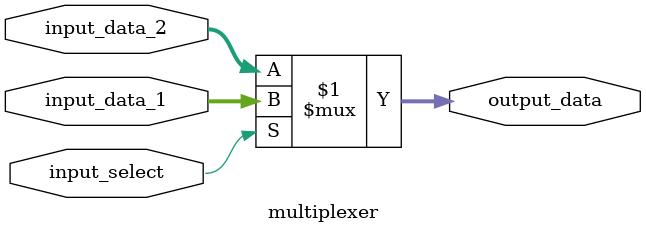
<source format=v>
module multiplexer (input_data_1, input_data_2, input_select, output_data);
   
	input input_select;
	input [63 : 0] input_data_1, input_data_2;
	output[63 : 0] output_data;

	assign output_data = input_select ? input_data_1 : input_data_2;

endmodule
</source>
